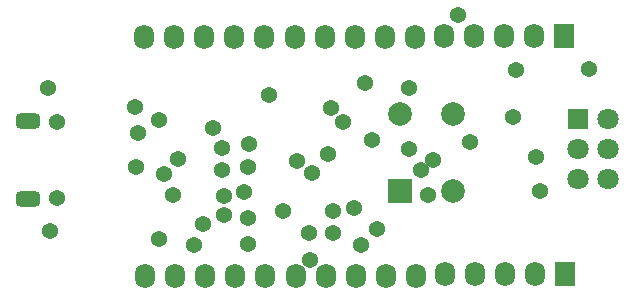
<source format=gbs>
G04*
G04 #@! TF.GenerationSoftware,Altium Limited,Altium Designer,20.1.7 (139)*
G04*
G04 Layer_Color=16711935*
%FSLAX44Y44*%
%MOMM*%
G71*
G04*
G04 #@! TF.SameCoordinates,2F106875-763D-4B6E-BA67-D31112414CBE*
G04*
G04*
G04 #@! TF.FilePolarity,Negative*
G04*
G01*
G75*
%ADD45R,2.0000X2.0000*%
%ADD49R,1.7000X2.1000*%
%ADD50O,1.7000X2.1000*%
%ADD51R,1.8000X1.8000*%
%ADD52C,1.8000*%
%ADD53C,2.0000*%
G04:AMPARAMS|DCode=54|XSize=2.1mm|YSize=1.3mm|CornerRadius=0.41mm|HoleSize=0mm|Usage=FLASHONLY|Rotation=0.000|XOffset=0mm|YOffset=0mm|HoleType=Round|Shape=RoundedRectangle|*
%AMROUNDEDRECTD54*
21,1,2.1000,0.4800,0,0,0.0*
21,1,1.2800,1.3000,0,0,0.0*
1,1,0.8200,0.6400,-0.2400*
1,1,0.8200,-0.6400,-0.2400*
1,1,0.8200,-0.6400,0.2400*
1,1,0.8200,0.6400,0.2400*
%
%ADD54ROUNDEDRECTD54*%
%ADD55C,1.3700*%
D45*
X338000Y95000D02*
D03*
D49*
X477000Y226000D02*
D03*
X477400Y24000D02*
D03*
D50*
X451600Y226000D02*
D03*
X426200D02*
D03*
X400800D02*
D03*
X375400D02*
D03*
X274800Y225000D02*
D03*
X249400D02*
D03*
X351000D02*
D03*
X325600D02*
D03*
X300200D02*
D03*
X223000D02*
D03*
X197600D02*
D03*
X172200D02*
D03*
X146800D02*
D03*
X121400D02*
D03*
X452000Y24000D02*
D03*
X426600D02*
D03*
X401200D02*
D03*
X375800D02*
D03*
X275200Y23000D02*
D03*
X249800D02*
D03*
X351400D02*
D03*
X326000D02*
D03*
X300600D02*
D03*
X223400D02*
D03*
X198000D02*
D03*
X172600D02*
D03*
X147200D02*
D03*
X121800D02*
D03*
D51*
X489000Y155400D02*
D03*
D52*
X514400Y104600D02*
D03*
Y130000D02*
D03*
Y155400D02*
D03*
X489000Y104600D02*
D03*
Y130000D02*
D03*
D53*
X383000Y95000D02*
D03*
Y160000D02*
D03*
X338000D02*
D03*
D54*
X23000Y88000D02*
D03*
Y154000D02*
D03*
D55*
X262291Y35807D02*
D03*
X239000Y78000D02*
D03*
X299000Y80000D02*
D03*
X171000Y67000D02*
D03*
X305000Y49000D02*
D03*
X209000Y50000D02*
D03*
X453000Y123000D02*
D03*
X280000Y165000D02*
D03*
X150000Y122000D02*
D03*
X261000Y59000D02*
D03*
X308500Y186000D02*
D03*
X138000Y109000D02*
D03*
X209000Y115000D02*
D03*
X346000Y130000D02*
D03*
X210000Y134000D02*
D03*
X40000Y182000D02*
D03*
X116000Y144000D02*
D03*
X134000Y155000D02*
D03*
X115000Y115000D02*
D03*
X180000Y148000D02*
D03*
X164000Y49000D02*
D03*
X134000Y54000D02*
D03*
X114000Y166000D02*
D03*
X42000Y61000D02*
D03*
X356000Y112000D02*
D03*
X263295Y109517D02*
D03*
X436000Y197000D02*
D03*
X498000Y198000D02*
D03*
X362000Y91000D02*
D03*
X209000Y72000D02*
D03*
X397000Y136000D02*
D03*
X387000Y244000D02*
D03*
X189000Y74000D02*
D03*
X206000Y94000D02*
D03*
X366402Y120916D02*
D03*
X281000Y59000D02*
D03*
X146000Y91000D02*
D03*
X434000Y157000D02*
D03*
X281000Y78000D02*
D03*
X189000Y90000D02*
D03*
X227000Y176000D02*
D03*
X314000Y138000D02*
D03*
X277000Y126000D02*
D03*
X346000Y182000D02*
D03*
X187000Y131000D02*
D03*
Y112000D02*
D03*
X47500Y89000D02*
D03*
X457000Y94500D02*
D03*
X251000Y120000D02*
D03*
X319000Y62000D02*
D03*
X47500Y153000D02*
D03*
X290000D02*
D03*
M02*

</source>
